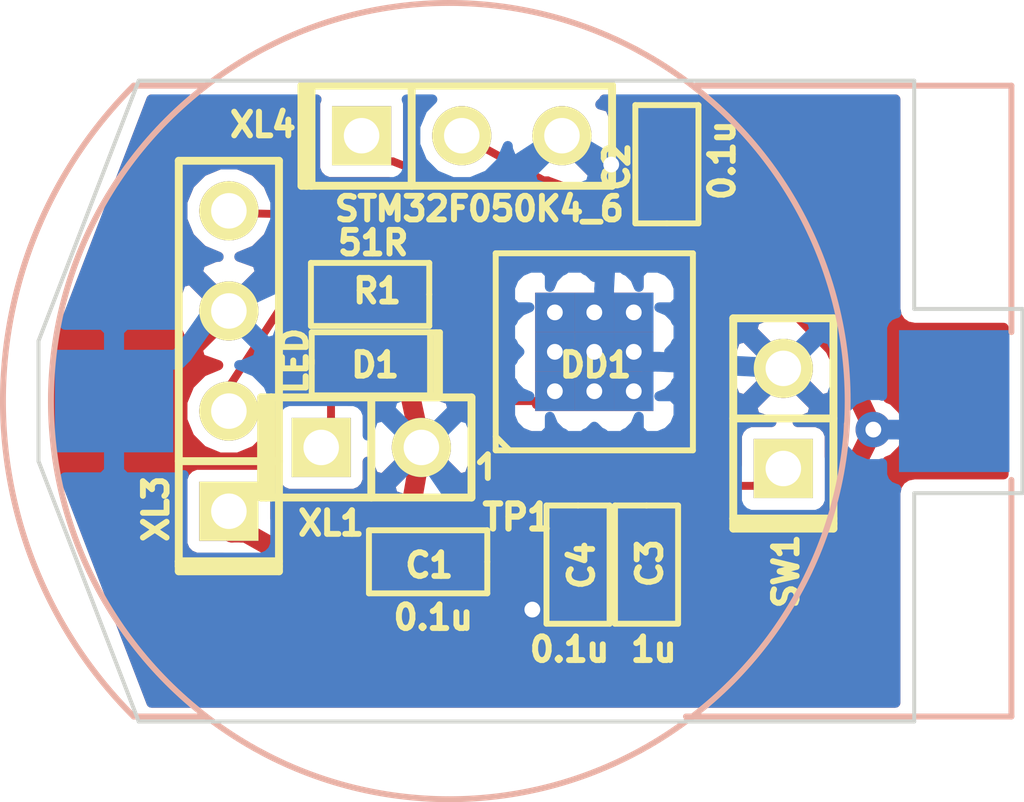
<source format=kicad_pcb>
(kicad_pcb (version 3) (host pcbnew "(2013-07-07 BZR 4022)-stable")

  (general
    (links 36)
    (no_connects 6)
    (area 102.6 50.586029 128.562805 71.333971)
    (thickness 1.6)
    (drawings 11)
    (tracks 159)
    (zones 0)
    (modules 13)
    (nets 11)
  )

  (page A3)
  (layers
    (15 F.Cu signal)
    (0 B.Cu signal)
    (16 B.Adhes user)
    (17 F.Adhes user)
    (18 B.Paste user)
    (19 F.Paste user)
    (20 B.SilkS user)
    (21 F.SilkS user)
    (22 B.Mask user)
    (23 F.Mask user)
    (24 Dwgs.User user)
    (25 Cmts.User user)
    (26 Eco1.User user)
    (27 Eco2.User user)
    (28 Edge.Cuts user)
  )

  (setup
    (last_trace_width 0.2)
    (trace_clearance 0.2)
    (zone_clearance 0.3)
    (zone_45_only no)
    (trace_min 0.2)
    (segment_width 0.2)
    (edge_width 0.1)
    (via_size 0.9)
    (via_drill 0.4)
    (via_min_size 0.9)
    (via_min_drill 0.4)
    (uvia_size 0.5)
    (uvia_drill 0.127)
    (uvias_allowed no)
    (uvia_min_size 0.5)
    (uvia_min_drill 0.127)
    (pcb_text_width 0.3)
    (pcb_text_size 1.5 1.5)
    (mod_edge_width 0.15)
    (mod_text_size 1 1)
    (mod_text_width 0.15)
    (pad_size 1.5 1.5)
    (pad_drill 0.6)
    (pad_to_mask_clearance 0.1)
    (aux_axis_origin 0 0)
    (visible_elements 7FFFFFFF)
    (pcbplotparams
      (layerselection 283148289)
      (usegerberextensions true)
      (excludeedgelayer true)
      (linewidth 0.150000)
      (plotframeref false)
      (viasonmask false)
      (mode 1)
      (useauxorigin false)
      (hpglpennumber 1)
      (hpglpenspeed 20)
      (hpglpendiameter 15)
      (hpglpenoverlay 2)
      (psnegative false)
      (psa4output false)
      (plotreference true)
      (plotvalue true)
      (plotothertext true)
      (plotinvisibletext false)
      (padsonsilk false)
      (subtractmaskfromsilk false)
      (outputformat 1)
      (mirror false)
      (drillshape 0)
      (scaleselection 1)
      (outputdirectory ""))
  )

  (net 0 "")
  (net 1 +BATT)
  (net 2 /RX)
  (net 3 /SB_SWCLK)
  (net 4 /SB_SWDAT)
  (net 5 /TX)
  (net 6 GND)
  (net 7 N-0000012)
  (net 8 N-0000013)
  (net 9 N-000003)
  (net 10 N-0000031)

  (net_class Default "This is the default net class."
    (clearance 0.2)
    (trace_width 0.2)
    (via_dia 0.9)
    (via_drill 0.4)
    (uvia_dia 0.5)
    (uvia_drill 0.127)
    (add_net "")
    (add_net /RX)
    (add_net /SB_SWCLK)
    (add_net /SB_SWDAT)
    (add_net /TX)
    (add_net N-0000012)
    (add_net N-0000013)
    (add_net N-000003)
    (add_net N-0000031)
  )

  (net_class Wide ""
    (clearance 0.2)
    (trace_width 0.5)
    (via_dia 0.9)
    (via_drill 0.4)
    (uvia_dia 0.508)
    (uvia_drill 0.127)
    (add_net +BATT)
    (add_net GND)
  )

  (module TESTPOINT_1MM (layer F.Cu) (tedit 54837CE2) (tstamp 547B8F9D)
    (at 115.068 64.989)
    (path /547B7BDD)
    (fp_text reference TP1 (at -0.0568 -1.0826) (layer F.SilkS)
      (effects (font (size 0.635 0.635) (thickness 0.16002)))
    )
    (fp_text value TESTPOINT (at 0 -0.89916) (layer F.SilkS) hide
      (effects (font (size 0.127 0.127) (thickness 0.00254)))
    )
    (pad 1 smd circle (at 0 0) (size 1.00076 1.524)
      (layers F.Cu F.Paste F.Mask)
      (net 10 N-0000031)
    )
  )

  (module RES_0603 (layer F.Cu) (tedit 54837C29) (tstamp 547B8FA8)
    (at 111.276 58.2552 180)
    (path /547B7D5D)
    (attr smd)
    (fp_text reference R1 (at -0.1792 0.0892 180) (layer F.SilkS)
      (effects (font (size 0.6 0.6) (thickness 0.15)))
    )
    (fp_text value 51R (at -0.0776 1.3084 180) (layer F.SilkS)
      (effects (font (size 0.6 0.6) (thickness 0.15)))
    )
    (fp_line (start -1.5 0) (end -1.5 -0.8) (layer F.SilkS) (width 0.15))
    (fp_line (start -1.5 -0.8) (end 1.5 -0.8) (layer F.SilkS) (width 0.15))
    (fp_line (start 1.5 -0.8) (end 1.5 0.8) (layer F.SilkS) (width 0.15))
    (fp_line (start 1.5 0.8) (end -1.5 0.8) (layer F.SilkS) (width 0.15))
    (fp_line (start -1.5 0.8) (end -1.5 0) (layer F.SilkS) (width 0.15))
    (pad 1 smd rect (at -0.762 0 180) (size 0.889 1.016)
      (layers F.Cu F.Paste F.Mask)
      (net 8 N-0000013)
    )
    (pad 2 smd rect (at 0.762 0 180) (size 0.889 1.016)
      (layers F.Cu F.Paste F.Mask)
      (net 9 N-000003)
    )
    (model 3d\r_0603.wrl
      (at (xyz 0 0 0))
      (scale (xyz 1 1 1))
      (rotate (xyz 0 0 0))
    )
  )

  (module QFN32 (layer F.Cu) (tedit 54837C98) (tstamp 547B8FDC)
    (at 116.96 59.7104)
    (path /547B7C50)
    (fp_text reference DD1 (at 0.0324 0.3352) (layer F.SilkS)
      (effects (font (size 0.6 0.6) (thickness 0.15)))
    )
    (fp_text value STM32F050K4_6 (at -2.914 -3.6272) (layer F.SilkS)
      (effects (font (size 0.6 0.6) (thickness 0.15)))
    )
    (fp_line (start -2.9 2.8) (end -2.7 2.6) (layer F.SilkS) (width 0.15))
    (fp_line (start -2.7 2.6) (end -2.7 3.2) (layer F.SilkS) (width 0.15))
    (fp_line (start -2.49936 2.14884) (end -2.14884 2.49936) (layer F.SilkS) (width 0.15))
    (fp_line (start -2.49936 2.49936) (end 2.49936 2.49936) (layer F.SilkS) (width 0.15))
    (fp_line (start 2.49936 2.49936) (end 2.49936 -2.49936) (layer F.SilkS) (width 0.15))
    (fp_line (start 2.49936 -2.49936) (end -2.49936 -2.49936) (layer F.SilkS) (width 0.15))
    (fp_line (start -2.49936 -2.49936) (end -2.49936 2.49936) (layer F.SilkS) (width 0.15))
    (pad 1 smd rect (at -1.75 2.5) (size 0.3 1)
      (layers F.Cu F.Paste F.Mask)
      (net 1 +BATT)
    )
    (pad 2 smd oval (at -1.25 2.5) (size 0.3 1)
      (layers F.Cu F.Paste F.Mask)
    )
    (pad 3 smd oval (at -0.75 2.5) (size 0.3 1)
      (layers F.Cu F.Paste F.Mask)
    )
    (pad 4 smd oval (at -0.25 2.5) (size 0.3 1)
      (layers F.Cu F.Paste F.Mask)
      (net 10 N-0000031)
    )
    (pad 5 smd oval (at 0.25 2.5) (size 0.3 1)
      (layers F.Cu F.Paste F.Mask)
      (net 1 +BATT)
    )
    (pad 6 smd oval (at 0.75 2.5) (size 0.3 1)
      (layers F.Cu F.Paste F.Mask)
      (net 7 N-0000012)
    )
    (pad 7 smd oval (at 1.25 2.5) (size 0.3 1)
      (layers F.Cu F.Paste F.Mask)
    )
    (pad 8 smd oval (at 1.75 2.5) (size 0.3 1)
      (layers F.Cu F.Paste F.Mask)
    )
    (pad 9 smd oval (at 2.5 1.75 90) (size 0.3 1)
      (layers F.Cu F.Paste F.Mask)
    )
    (pad 10 smd oval (at 2.5 1.25 90) (size 0.3 1)
      (layers F.Cu F.Paste F.Mask)
    )
    (pad 11 smd oval (at 2.5 0.75 90) (size 0.3 1)
      (layers F.Cu F.Paste F.Mask)
    )
    (pad 12 smd oval (at 2.5 0.25 90) (size 0.3 1)
      (layers F.Cu F.Paste F.Mask)
    )
    (pad 13 smd oval (at 2.5 -0.25 90) (size 0.3 1)
      (layers F.Cu F.Paste F.Mask)
    )
    (pad 14 smd oval (at 2.5 -0.75 90) (size 0.3 1)
      (layers F.Cu F.Paste F.Mask)
    )
    (pad 15 smd oval (at 2.5 -1.25 90) (size 0.3 1)
      (layers F.Cu F.Paste F.Mask)
    )
    (pad 16 smd oval (at 2.5 -1.75 90) (size 0.3 1)
      (layers F.Cu F.Paste F.Mask)
    )
    (pad 17 smd oval (at 1.75 -2.5) (size 0.3 1)
      (layers F.Cu F.Paste F.Mask)
      (net 1 +BATT)
    )
    (pad 18 smd oval (at 1.25 -2.5) (size 0.3 1)
      (layers F.Cu F.Paste F.Mask)
    )
    (pad 19 smd oval (at 0.75 -2.5) (size 0.3 1)
      (layers F.Cu F.Paste F.Mask)
      (net 5 /TX)
    )
    (pad 20 smd oval (at 0.25 -2.5) (size 0.3 1)
      (layers F.Cu F.Paste F.Mask)
      (net 2 /RX)
    )
    (pad 21 smd oval (at -0.25 -2.5) (size 0.3 1)
      (layers F.Cu F.Paste F.Mask)
    )
    (pad 22 smd oval (at -0.75 -2.5) (size 0.3 1)
      (layers F.Cu F.Paste F.Mask)
    )
    (pad 23 smd oval (at -1.25 -2.5) (size 0.3 1)
      (layers F.Cu F.Paste F.Mask)
      (net 4 /SB_SWDAT)
    )
    (pad 24 smd oval (at -1.75 -2.5) (size 0.3 1)
      (layers F.Cu F.Paste F.Mask)
      (net 3 /SB_SWCLK)
    )
    (pad 25 smd oval (at -2.5 -1.75 90) (size 0.3 1)
      (layers F.Cu F.Paste F.Mask)
      (net 8 N-0000013)
    )
    (pad 26 smd oval (at -2.5 -1.25 90) (size 0.3 1)
      (layers F.Cu F.Paste F.Mask)
    )
    (pad 27 smd oval (at -2.5 -0.75 90) (size 0.3 1)
      (layers F.Cu F.Paste F.Mask)
    )
    (pad 28 smd oval (at -2.5 -0.25 90) (size 0.3 1)
      (layers F.Cu F.Paste F.Mask)
    )
    (pad 29 smd oval (at -2.5 0.25 90) (size 0.3 1)
      (layers F.Cu F.Paste F.Mask)
    )
    (pad 30 smd oval (at -2.5 0.75 270) (size 0.3 1)
      (layers F.Cu F.Paste F.Mask)
    )
    (pad 31 smd oval (at -2.5 1.25 90) (size 0.3 1)
      (layers F.Cu F.Paste F.Mask)
      (net 6 GND)
    )
    (pad 32 smd oval (at -2.5 1.75 90) (size 0.3 1)
      (layers F.Cu F.Paste F.Mask)
    )
    (pad PAD thru_hole rect (at 0 0) (size 1 1) (drill 0.4)
      (layers *.Cu F.Mask)
      (net 6 GND)
    )
    (pad PAD thru_hole rect (at 1 0) (size 1 1) (drill 0.4)
      (layers *.Cu F.Mask)
      (net 6 GND)
    )
    (pad PAD thru_hole rect (at -1 0) (size 1 1) (drill 0.4)
      (layers *.Cu F.Mask)
      (net 6 GND)
    )
    (pad PAD thru_hole rect (at -1 -1) (size 1 1) (drill 0.4)
      (layers *.Cu F.Mask)
      (net 6 GND)
    )
    (pad PAD thru_hole rect (at 0 -1) (size 1 1) (drill 0.4)
      (layers *.Cu F.Mask)
      (net 6 GND)
    )
    (pad PAD thru_hole rect (at 1 -1) (size 1 1) (drill 0.4)
      (layers *.Cu F.Mask)
      (net 6 GND)
    )
    (pad PAD thru_hole rect (at -1 1) (size 1 1) (drill 0.4)
      (layers *.Cu F.Mask)
      (net 6 GND)
    )
    (pad PAD thru_hole rect (at 0 1) (size 1 1) (drill 0.4)
      (layers *.Cu F.Mask)
      (net 6 GND)
    )
    (pad PAD thru_hole rect (at 1 1) (size 1 1) (drill 0.4)
      (layers *.Cu F.Mask)
      (net 6 GND)
    )
  )

  (module LED0603 (layer F.Cu) (tedit 54837CC8) (tstamp 547B8FED)
    (at 111.2964 60.0155)
    (path /547B7D9F)
    (attr smd)
    (fp_text reference D1 (at 0.108 0.0301) (layer F.SilkS)
      (effects (font (size 0.6 0.6) (thickness 0.15)))
    )
    (fp_text value LED (at -1.924 -0.0715 90) (layer F.SilkS)
      (effects (font (size 0.6 0.6) (thickness 0.15)))
    )
    (fp_line (start 1.5 -0.8) (end 1.65 -0.8) (layer F.SilkS) (width 0.15))
    (fp_line (start 1.65 -0.8) (end 1.65 0.8) (layer F.SilkS) (width 0.15))
    (fp_line (start 1.65 0.8) (end 1.5 0.8) (layer F.SilkS) (width 0.15))
    (fp_line (start 1.5 0.8) (end 1.75 0.8) (layer F.SilkS) (width 0.15))
    (fp_line (start 1.75 0.8) (end 1.75 -0.8) (layer F.SilkS) (width 0.15))
    (fp_line (start 1.75 -0.8) (end 1.65 -0.8) (layer F.SilkS) (width 0.15))
    (fp_line (start -1.5 0) (end -1.5 -0.8) (layer F.SilkS) (width 0.15))
    (fp_line (start -1.5 -0.8) (end 1.5 -0.8) (layer F.SilkS) (width 0.15))
    (fp_line (start 1.5 -0.8) (end 1.5 0.8) (layer F.SilkS) (width 0.15))
    (fp_line (start 1.5 0.8) (end -1.5 0.8) (layer F.SilkS) (width 0.15))
    (fp_line (start -1.5 0.8) (end -1.5 -0.1) (layer F.SilkS) (width 0.15))
    (pad A smd rect (at -0.762 0) (size 0.889 1.016)
      (layers F.Cu F.Paste F.Mask)
      (net 9 N-000003)
    )
    (pad C smd rect (at 0.762 0) (size 0.889 1.016)
      (layers F.Cu F.Paste F.Mask)
      (net 6 GND)
    )
    (model smd/chip_cms.wrl
      (at (xyz 0 0 0))
      (scale (xyz 0.1 0.1 0.1))
      (rotate (xyz 0 0 0))
    )
  )

  (module CONN_PLS-4 (layer F.Cu) (tedit 534570C7) (tstamp 547B8FFF)
    (at 107.696 59.944 90)
    (descr "Single-line connector 4-pin")
    (path /547B8286)
    (fp_text reference XL3 (at -3.74904 -1.84912 90) (layer F.SilkS)
      (effects (font (size 0.6 0.6) (thickness 0.15)))
    )
    (fp_text value ST_SWD (at 3.59918 -1.84912 90) (layer F.SilkS) hide
      (effects (font (size 0.635 0.635) (thickness 0.16002)))
    )
    (fp_line (start -5.08 1.27) (end -5.334 1.27) (layer F.SilkS) (width 0.2))
    (fp_line (start -5.334 1.27) (end -5.334 -1.27) (layer F.SilkS) (width 0.2))
    (fp_line (start -5.334 -1.27) (end -5.08 -1.27) (layer F.SilkS) (width 0.2))
    (fp_line (start -5.08 -1.27) (end -5.207 -1.27) (layer F.SilkS) (width 0.2))
    (fp_line (start -5.207 -1.27) (end -5.207 1.27) (layer F.SilkS) (width 0.2))
    (fp_line (start -2.54 -1.27) (end -2.54 1.27) (layer F.SilkS) (width 0.2))
    (fp_line (start -5.08 -1.27) (end 5.08 -1.27) (layer F.SilkS) (width 0.2))
    (fp_line (start 5.08 -1.27) (end 5.08 1.27) (layer F.SilkS) (width 0.2))
    (fp_line (start 5.08 1.27) (end -5.08 1.27) (layer F.SilkS) (width 0.2))
    (fp_line (start -5.08 1.27) (end -5.08 -1.27) (layer F.SilkS) (width 0.2))
    (pad 1 thru_hole rect (at -3.81 0 90) (size 1.5 1.5) (drill 0.9)
      (layers *.Cu *.Mask F.SilkS)
      (net 1 +BATT)
    )
    (pad 2 thru_hole circle (at -1.27 0 90) (size 1.5 1.5) (drill 0.9)
      (layers *.Cu *.Mask F.SilkS)
      (net 3 /SB_SWCLK)
    )
    (pad 3 thru_hole circle (at 1.27 0 90) (size 1.5 1.5) (drill 0.9)
      (layers *.Cu *.Mask F.SilkS)
      (net 6 GND)
    )
    (pad 4 thru_hole circle (at 3.81 0 90) (size 1.5 1.5) (drill 0.9)
      (layers *.Cu *.Mask F.SilkS)
      (net 4 /SB_SWDAT)
    )
  )

  (module CONN_PLS-3 (layer F.Cu) (tedit 54837D5E) (tstamp 547B9010)
    (at 113.6 54.2284)
    (descr "Single-line connector 3-pin")
    (path /547B7BE4)
    (fp_text reference XL4 (at -5.0404 -0.2788) (layer F.SilkS)
      (effects (font (size 0.6 0.6) (thickness 0.15)))
    )
    (fp_text value CONN_3 (at 2.54 -1.778) (layer F.SilkS) hide
      (effects (font (size 0.635 0.635) (thickness 0.16002)))
    )
    (fp_line (start -3.937 1.27) (end -3.81 1.27) (layer F.SilkS) (width 0.2))
    (fp_line (start -3.81 -1.27) (end -4.064 -1.27) (layer F.SilkS) (width 0.2))
    (fp_line (start -4.064 -1.27) (end -4.064 1.27) (layer F.SilkS) (width 0.2))
    (fp_line (start -4.064 1.27) (end -3.937 1.27) (layer F.SilkS) (width 0.2))
    (fp_line (start -3.937 1.27) (end -3.937 -1.143) (layer F.SilkS) (width 0.2))
    (fp_line (start 3.81 1.27) (end -3.81 1.27) (layer F.SilkS) (width 0.2))
    (fp_line (start -3.81 -1.27) (end 3.81 -1.27) (layer F.SilkS) (width 0.2))
    (fp_line (start -1.27 -1.27) (end -1.27 1.27) (layer F.SilkS) (width 0.2))
    (fp_line (start 3.81 -1.27) (end 3.81 1.27) (layer F.SilkS) (width 0.2))
    (fp_line (start -3.81 1.27) (end -3.81 -1.27) (layer F.SilkS) (width 0.2))
    (pad 1 thru_hole rect (at -2.54 0) (size 1.5 1.5) (drill 0.9)
      (layers *.Cu *.Mask F.SilkS)
      (net 2 /RX)
    )
    (pad 2 thru_hole circle (at 0 0) (size 1.5 1.5) (drill 0.9)
      (layers *.Cu *.Mask F.SilkS)
      (net 5 /TX)
    )
    (pad 3 thru_hole circle (at 2.54 0) (size 1.5 1.5) (drill 0.9)
      (layers *.Cu *.Mask F.SilkS)
      (net 6 GND)
    )
  )

  (module CONN_PLS-2 (layer F.Cu) (tedit 54837D10) (tstamp 54837D89)
    (at 121.752 61.4001 90)
    (descr "Single-line connector 2-pin")
    (path /547B8B6C)
    (fp_text reference SW1 (at -3.8779 0.0664 90) (layer F.SilkS)
      (effects (font (size 0.6 0.6) (thickness 0.15)))
    )
    (fp_text value BUTTON (at -4.7923 1.1332 90) (layer F.SilkS) hide
      (effects (font (size 0.635 0.635) (thickness 0.16002)))
    )
    (fp_line (start 2.54 1.27) (end -2.54 1.27) (layer F.SilkS) (width 0.2))
    (fp_line (start 2.54 -1.27) (end -2.54 -1.27) (layer F.SilkS) (width 0.2))
    (fp_line (start -2.667 1.27) (end -2.54 1.27) (layer F.SilkS) (width 0.2))
    (fp_line (start -2.54 -1.27) (end -2.794 -1.27) (layer F.SilkS) (width 0.2))
    (fp_line (start -2.794 -1.27) (end -2.794 1.27) (layer F.SilkS) (width 0.2))
    (fp_line (start -2.794 1.27) (end -2.667 1.27) (layer F.SilkS) (width 0.2))
    (fp_line (start -2.667 1.27) (end -2.667 -1.143) (layer F.SilkS) (width 0.2))
    (fp_line (start 0 -1.27) (end 0 1.27) (layer F.SilkS) (width 0.2))
    (fp_line (start 2.54 -1.27) (end 2.54 1.27) (layer F.SilkS) (width 0.2))
    (fp_line (start -2.54 1.27) (end -2.54 -1.27) (layer F.SilkS) (width 0.2))
    (pad 1 thru_hole rect (at -1.27 0 90) (size 1.5 1.5) (drill 0.9)
      (layers *.Cu *.Mask F.SilkS)
      (net 7 N-0000012)
    )
    (pad 2 thru_hole circle (at 1.27 0 90) (size 1.5 1.5) (drill 0.9)
      (layers *.Cu *.Mask F.SilkS)
      (net 6 GND)
    )
  )

  (module CAP_0603 (layer F.Cu) (tedit 54837CEF) (tstamp 547B902B)
    (at 116.548 65.1084 270)
    (path /547B7C62)
    (attr smd)
    (fp_text reference C4 (at 0.0172 -0.0888 270) (layer F.SilkS)
      (effects (font (size 0.6 0.6) (thickness 0.15)))
    )
    (fp_text value 0.1u (at 2.1508 0.216 360) (layer F.SilkS)
      (effects (font (size 0.6 0.6) (thickness 0.15)))
    )
    (fp_line (start -1.5 0) (end -1.5 -0.8) (layer F.SilkS) (width 0.15))
    (fp_line (start -1.5 -0.8) (end 1.5 -0.8) (layer F.SilkS) (width 0.15))
    (fp_line (start 1.5 -0.8) (end 1.5 0.8) (layer F.SilkS) (width 0.15))
    (fp_line (start 1.5 0.8) (end -1.5 0.8) (layer F.SilkS) (width 0.15))
    (fp_line (start -1.5 0.8) (end -1.5 0) (layer F.SilkS) (width 0.15))
    (pad 1 smd rect (at -0.762 0 270) (size 0.889 1.016)
      (layers F.Cu F.Paste F.Mask)
      (net 1 +BATT)
    )
    (pad 2 smd rect (at 0.762 0 270) (size 0.889 1.016)
      (layers F.Cu F.Paste F.Mask)
      (net 6 GND)
    )
    (model 3d\c_0603.wrl
      (at (xyz 0 0 0))
      (scale (xyz 1 1 1))
      (rotate (xyz 0 0 0))
    )
  )

  (module CAP_0603 (layer F.Cu) (tedit 518CEBE1) (tstamp 547B9036)
    (at 118.8 54.9524 90)
    (path /547B7C68)
    (attr smd)
    (fp_text reference C2 (at -0.0635 -1.27 90) (layer F.SilkS)
      (effects (font (size 0.6 0.6) (thickness 0.15)))
    )
    (fp_text value 0.1u (at 0.09906 1.39954 90) (layer F.SilkS)
      (effects (font (size 0.6 0.6) (thickness 0.15)))
    )
    (fp_line (start -1.5 0) (end -1.5 -0.8) (layer F.SilkS) (width 0.15))
    (fp_line (start -1.5 -0.8) (end 1.5 -0.8) (layer F.SilkS) (width 0.15))
    (fp_line (start 1.5 -0.8) (end 1.5 0.8) (layer F.SilkS) (width 0.15))
    (fp_line (start 1.5 0.8) (end -1.5 0.8) (layer F.SilkS) (width 0.15))
    (fp_line (start -1.5 0.8) (end -1.5 0) (layer F.SilkS) (width 0.15))
    (pad 1 smd rect (at -0.762 0 90) (size 0.889 1.016)
      (layers F.Cu F.Paste F.Mask)
      (net 1 +BATT)
    )
    (pad 2 smd rect (at 0.762 0 90) (size 0.889 1.016)
      (layers F.Cu F.Paste F.Mask)
      (net 6 GND)
    )
    (model 3d\c_0603.wrl
      (at (xyz 0 0 0))
      (scale (xyz 1 1 1))
      (rotate (xyz 0 0 0))
    )
  )

  (module CAP_0603 (layer F.Cu) (tedit 54837C45) (tstamp 547B9041)
    (at 112.7469 65.037 180)
    (path /547B7C6E)
    (attr smd)
    (fp_text reference C1 (at -0.0291 -0.0886 180) (layer F.SilkS)
      (effects (font (size 0.6 0.6) (thickness 0.15)))
    )
    (fp_text value 0.1u (at -0.1307 -1.4094 180) (layer F.SilkS)
      (effects (font (size 0.6 0.6) (thickness 0.15)))
    )
    (fp_line (start -1.5 0) (end -1.5 -0.8) (layer F.SilkS) (width 0.15))
    (fp_line (start -1.5 -0.8) (end 1.5 -0.8) (layer F.SilkS) (width 0.15))
    (fp_line (start 1.5 -0.8) (end 1.5 0.8) (layer F.SilkS) (width 0.15))
    (fp_line (start 1.5 0.8) (end -1.5 0.8) (layer F.SilkS) (width 0.15))
    (fp_line (start -1.5 0.8) (end -1.5 0) (layer F.SilkS) (width 0.15))
    (pad 1 smd rect (at -0.762 0 180) (size 0.889 1.016)
      (layers F.Cu F.Paste F.Mask)
      (net 1 +BATT)
    )
    (pad 2 smd rect (at 0.762 0 180) (size 0.889 1.016)
      (layers F.Cu F.Paste F.Mask)
      (net 6 GND)
    )
    (model 3d\c_0603.wrl
      (at (xyz 0 0 0))
      (scale (xyz 1 1 1))
      (rotate (xyz 0 0 0))
    )
  )

  (module CAP_0603 (layer F.Cu) (tedit 54837CF5) (tstamp 547B904C)
    (at 118.284 65.1082 270)
    (path /547B7C9E)
    (attr smd)
    (fp_text reference C3 (at -0.0334 -0.08 270) (layer F.SilkS)
      (effects (font (size 0.6 0.6) (thickness 0.15)))
    )
    (fp_text value 1u (at 2.151 -0.1816 360) (layer F.SilkS)
      (effects (font (size 0.6 0.6) (thickness 0.15)))
    )
    (fp_line (start -1.5 0) (end -1.5 -0.8) (layer F.SilkS) (width 0.15))
    (fp_line (start -1.5 -0.8) (end 1.5 -0.8) (layer F.SilkS) (width 0.15))
    (fp_line (start 1.5 -0.8) (end 1.5 0.8) (layer F.SilkS) (width 0.15))
    (fp_line (start 1.5 0.8) (end -1.5 0.8) (layer F.SilkS) (width 0.15))
    (fp_line (start -1.5 0.8) (end -1.5 0) (layer F.SilkS) (width 0.15))
    (pad 1 smd rect (at -0.762 0 270) (size 0.889 1.016)
      (layers F.Cu F.Paste F.Mask)
      (net 1 +BATT)
    )
    (pad 2 smd rect (at 0.762 0 270) (size 0.889 1.016)
      (layers F.Cu F.Paste F.Mask)
      (net 6 GND)
    )
    (model 3d\c_0603.wrl
      (at (xyz 0 0 0))
      (scale (xyz 1 1 1))
      (rotate (xyz 0 0 0))
    )
  )

  (module BAT_CH7410   locked (layer B.Cu) (tedit 4EBE1055) (tstamp 547B9058)
    (at 113.284 60.96)
    (path /547B8A13)
    (fp_text reference B1 (at 0 5.00126) (layer B.SilkS) hide
      (effects (font (size 1.524 1.524) (thickness 0.3048)) (justify mirror))
    )
    (fp_text value BAT (at 0.24892 -2.75082) (layer B.SilkS) hide
      (effects (font (size 1.524 1.524) (thickness 0.3048)) (justify mirror))
    )
    (fp_line (start -8.001 -8.001) (end -6.20014 -8.001) (layer B.SilkS) (width 0.14986))
    (fp_line (start -8.001 8.001) (end -6.20014 8.001) (layer B.SilkS) (width 0.14986))
    (fp_arc (start 0 0) (end -8.001 -8.001) (angle -90) (layer B.SilkS) (width 0.14986))
    (fp_line (start 14.2494 -1.75006) (end 14.2494 -8.001) (layer B.SilkS) (width 0.14986))
    (fp_line (start 14.2494 -8.001) (end 6.25094 -8.001) (layer B.SilkS) (width 0.14986))
    (fp_line (start 14.2494 1.99898) (end 14.2494 8.001) (layer B.SilkS) (width 0.14986))
    (fp_line (start 14.2494 8.001) (end 5.99948 8.001) (layer B.SilkS) (width 0.14986))
    (fp_circle (center 0 0) (end -10.09904 0) (layer B.SilkS) (width 0.14986))
    (pad C smd rect (at -8.49884 0) (size 2.99974 2.60096)
      (layers B.Cu B.Paste B.Mask)
      (net 6 GND)
    )
    (pad A smd rect (at 12.79906 0) (size 2.79908 3.59918)
      (layers B.Cu B.Paste B.Mask)
      (net 1 +BATT)
    )
  )

  (module CONN_PLS-2 (layer F.Cu) (tedit 54837CD7) (tstamp 548372A6)
    (at 111.3064 62.1364)
    (descr "Single-line connector 2-pin")
    (path /548370CD)
    (fp_text reference XL1 (at -1.0196 1.9224) (layer F.SilkS)
      (effects (font (size 0.6 0.6) (thickness 0.15)))
    )
    (fp_text value CONN_2 (at 0.0472 0.3476) (layer F.SilkS) hide
      (effects (font (size 0.635 0.635) (thickness 0.16002)))
    )
    (fp_line (start 2.54 1.27) (end -2.54 1.27) (layer F.SilkS) (width 0.2))
    (fp_line (start 2.54 -1.27) (end -2.54 -1.27) (layer F.SilkS) (width 0.2))
    (fp_line (start -2.667 1.27) (end -2.54 1.27) (layer F.SilkS) (width 0.2))
    (fp_line (start -2.54 -1.27) (end -2.794 -1.27) (layer F.SilkS) (width 0.2))
    (fp_line (start -2.794 -1.27) (end -2.794 1.27) (layer F.SilkS) (width 0.2))
    (fp_line (start -2.794 1.27) (end -2.667 1.27) (layer F.SilkS) (width 0.2))
    (fp_line (start -2.667 1.27) (end -2.667 -1.143) (layer F.SilkS) (width 0.2))
    (fp_line (start 0 -1.27) (end 0 1.27) (layer F.SilkS) (width 0.2))
    (fp_line (start 2.54 -1.27) (end 2.54 1.27) (layer F.SilkS) (width 0.2))
    (fp_line (start -2.54 1.27) (end -2.54 -1.27) (layer F.SilkS) (width 0.2))
    (pad 1 thru_hole rect (at -1.27 0) (size 1.5 1.5) (drill 0.9)
      (layers *.Cu *.Mask F.SilkS)
      (net 9 N-000003)
    )
    (pad 2 thru_hole circle (at 1.27 0) (size 1.5 1.5) (drill 0.9)
      (layers *.Cu *.Mask F.SilkS)
      (net 6 GND)
    )
  )

  (gr_line (start 125.0696 63.2968) (end 125.0696 69.088) (angle 90) (layer Edge.Cuts) (width 0.1))
  (gr_line (start 127.8128 63.2968) (end 125.0696 63.2968) (angle 90) (layer Edge.Cuts) (width 0.1))
  (gr_line (start 127.8128 63.246) (end 127.8128 63.2968) (angle 90) (layer Edge.Cuts) (width 0.1))
  (gr_line (start 125.0696 69.088) (end 105.41 69.088) (angle 90) (layer Edge.Cuts) (width 0.1))
  (gr_line (start 127.8128 58.6232) (end 127.8128 63.246) (angle 90) (layer Edge.Cuts) (width 0.1))
  (gr_line (start 125.0696 58.6232) (end 127.8128 58.6232) (angle 90) (layer Edge.Cuts) (width 0.1))
  (gr_line (start 125.0696 52.832) (end 125.0696 58.6232) (angle 90) (layer Edge.Cuts) (width 0.1))
  (gr_line (start 105.41 52.832) (end 125.0696 52.832) (angle 90) (layer Edge.Cuts) (width 0.1))
  (gr_line (start 102.87 62.484) (end 105.41 69.088) (angle 90) (layer Edge.Cuts) (width 0.1))
  (gr_line (start 102.87 59.436) (end 102.87 62.484) (angle 90) (layer Edge.Cuts) (width 0.1))
  (gr_line (start 102.87 59.436) (end 105.41 52.832) (angle 90) (layer Edge.Cuts) (width 0.1))

  (via (at 124.0335 61.6828) (size 0.9) (layers F.Cu B.Cu) (net 1))
  (segment (start 124.6836 61.6828) (end 124.0335 61.6828) (width 0.5) (layer B.Cu) (net 1))
  (segment (start 124.9336 61.6828) (end 124.6836 61.6828) (width 0.5) (layer B.Cu) (net 1))
  (segment (start 126.0831 60.96) (end 124.9336 61.6828) (width 0.5) (layer B.Cu) (net 1))
  (segment (start 113.7034 64.4254) (end 114.8255 63.1163) (width 0.5) (layer F.Cu) (net 1))
  (segment (start 113.7034 64.529) (end 113.7034 64.4254) (width 0.5) (layer F.Cu) (net 1))
  (segment (start 113.7034 64.779) (end 113.7034 64.529) (width 0.5) (layer F.Cu) (net 1))
  (segment (start 113.5089 65.037) (end 113.7034 64.779) (width 0.5) (layer F.Cu) (net 1))
  (segment (start 112.6573 66.0951) (end 113.225 65.9951) (width 0.5) (layer F.Cu) (net 1))
  (segment (start 112.2015 66.0951) (end 112.6573 66.0951) (width 0.5) (layer F.Cu) (net 1))
  (segment (start 111.3125 66.0951) (end 112.2015 66.0951) (width 0.5) (layer F.Cu) (net 1))
  (segment (start 108.1239 64.2965) (end 111.3125 66.0951) (width 0.5) (layer F.Cu) (net 1))
  (segment (start 108.0203 64.2965) (end 108.1239 64.2965) (width 0.5) (layer F.Cu) (net 1))
  (segment (start 107.7703 64.2965) (end 108.0203 64.2965) (width 0.5) (layer F.Cu) (net 1))
  (segment (start 107.2703 63.7965) (end 107.7703 64.2965) (width 0.5) (layer F.Cu) (net 1))
  (segment (start 113.3144 65.295) (end 113.5089 65.037) (width 0.5) (layer F.Cu) (net 1))
  (segment (start 113.3144 65.545) (end 113.3144 65.295) (width 0.5) (layer F.Cu) (net 1))
  (segment (start 113.3144 65.6486) (end 113.3144 65.545) (width 0.5) (layer F.Cu) (net 1))
  (segment (start 113.225 65.9951) (end 113.3144 65.6486) (width 0.5) (layer F.Cu) (net 1))
  (segment (start 115.16 62.7518) (end 114.8255 63.1163) (width 0.2) (layer F.Cu) (net 1))
  (segment (start 115.16 62.7104) (end 115.16 62.7518) (width 0.2) (layer F.Cu) (net 1))
  (segment (start 115.16 62.6104) (end 115.16 62.7104) (width 0.2) (layer F.Cu) (net 1))
  (segment (start 115.21 62.2104) (end 115.16 62.6104) (width 0.2) (layer F.Cu) (net 1))
  (segment (start 119.058 55.9089) (end 118.8 55.7144) (width 0.5) (layer F.Cu) (net 1))
  (segment (start 119.308 55.9089) (end 119.058 55.9089) (width 0.5) (layer F.Cu) (net 1))
  (segment (start 119.4116 55.9089) (end 119.308 55.9089) (width 0.5) (layer F.Cu) (net 1))
  (segment (start 119.558 56.0553) (end 119.4116 55.9089) (width 0.5) (layer F.Cu) (net 1))
  (segment (start 123.046 59.5855) (end 119.558 56.0553) (width 0.5) (layer F.Cu) (net 1))
  (segment (start 124.0335 61.6828) (end 123.046 59.5855) (width 0.5) (layer F.Cu) (net 1))
  (segment (start 122.7299 63.9702) (end 119.5357 65.1441) (width 0.5) (layer F.Cu) (net 1))
  (segment (start 123.0521 63.648) (end 122.7299 63.9702) (width 0.5) (layer F.Cu) (net 1))
  (segment (start 124.0335 61.6828) (end 123.0521 63.648) (width 0.5) (layer F.Cu) (net 1))
  (segment (start 118.71 56.8604) (end 118.71 57.2104) (width 0.2) (layer F.Cu) (net 1))
  (segment (start 118.71 56.1589) (end 118.71 56.8604) (width 0.2) (layer F.Cu) (net 1))
  (segment (start 118.71 56.0589) (end 118.71 56.1589) (width 0.2) (layer F.Cu) (net 1))
  (segment (start 118.8 55.7144) (end 118.71 56.0589) (width 0.2) (layer F.Cu) (net 1))
  (segment (start 114.9744 67.249) (end 113.225 65.9951) (width 0.5) (layer F.Cu) (net 1))
  (segment (start 115.803 67.249) (end 114.9744 67.249) (width 0.5) (layer F.Cu) (net 1))
  (segment (start 119.0199 66.8648) (end 115.803 67.249) (width 0.5) (layer F.Cu) (net 1))
  (segment (start 119.3421 66.5426) (end 119.0199 66.8648) (width 0.5) (layer F.Cu) (net 1))
  (segment (start 119.5357 65.1441) (end 119.3421 66.5426) (width 0.5) (layer F.Cu) (net 1))
  (segment (start 118.542 64.5407) (end 118.284 64.3462) (width 0.5) (layer F.Cu) (net 1))
  (segment (start 118.792 64.5407) (end 118.542 64.5407) (width 0.5) (layer F.Cu) (net 1))
  (segment (start 118.8956 64.5407) (end 118.792 64.5407) (width 0.5) (layer F.Cu) (net 1))
  (segment (start 119.5357 65.1441) (end 118.8956 64.5407) (width 0.5) (layer F.Cu) (net 1))
  (segment (start 116.806 64.3463) (end 116.548 64.3464) (width 0.5) (layer F.Cu) (net 1))
  (segment (start 117.056 64.3463) (end 116.806 64.3463) (width 0.5) (layer F.Cu) (net 1))
  (segment (start 117.776 64.3463) (end 117.056 64.3463) (width 0.5) (layer F.Cu) (net 1))
  (segment (start 118.026 64.3463) (end 117.776 64.3463) (width 0.5) (layer F.Cu) (net 1))
  (segment (start 118.284 64.3462) (end 118.026 64.3463) (width 0.5) (layer F.Cu) (net 1))
  (segment (start 116.806 63.7983) (end 117.021 63.4512) (width 0.5) (layer F.Cu) (net 1))
  (segment (start 116.806 63.9019) (end 116.806 63.7983) (width 0.5) (layer F.Cu) (net 1))
  (segment (start 116.806 64.1519) (end 116.806 63.9019) (width 0.5) (layer F.Cu) (net 1))
  (segment (start 116.548 64.3464) (end 116.806 64.1519) (width 0.5) (layer F.Cu) (net 1))
  (segment (start 117.21 62.9746) (end 117.021 63.4512) (width 0.2) (layer F.Cu) (net 1))
  (segment (start 117.21 62.5604) (end 117.21 62.9746) (width 0.2) (layer F.Cu) (net 1))
  (segment (start 117.21 62.2104) (end 117.21 62.5604) (width 0.2) (layer F.Cu) (net 1))
  (segment (start 115.0689 62.8511) (end 114.9683 63.1625) (width 0.2) (layer F.Cu) (net 1))
  (segment (start 115.0689 62.8511) (end 114.7673 62.9781) (width 0.2) (layer F.Cu) (net 1))
  (segment (start 117.1537 63.1166) (end 117.1707 63.4434) (width 0.2) (layer F.Cu) (net 1))
  (segment (start 117.1537 63.1166) (end 116.9173 63.3428) (width 0.2) (layer F.Cu) (net 1))
  (segment (start 111.71 54.8784) (end 111.06 54.2284) (width 0.2) (layer F.Cu) (net 2))
  (segment (start 111.81 54.8784) (end 111.71 54.8784) (width 0.2) (layer F.Cu) (net 2))
  (segment (start 111.8514 54.8784) (end 111.81 54.8784) (width 0.2) (layer F.Cu) (net 2))
  (segment (start 113.1236 55.3785) (end 111.8514 54.8784) (width 0.2) (layer F.Cu) (net 2))
  (segment (start 115.5473 55.8444) (end 113.1236 55.3785) (width 0.2) (layer F.Cu) (net 2))
  (segment (start 115.6308 55.8444) (end 115.5473 55.8444) (width 0.2) (layer F.Cu) (net 2))
  (segment (start 116.9171 56.3604) (end 115.6308 55.8444) (width 0.2) (layer F.Cu) (net 2))
  (segment (start 117.21 56.6533) (end 116.9171 56.3604) (width 0.2) (layer F.Cu) (net 2))
  (segment (start 117.21 56.8604) (end 117.21 56.6533) (width 0.2) (layer F.Cu) (net 2))
  (segment (start 117.21 57.2104) (end 117.21 56.8604) (width 0.2) (layer F.Cu) (net 2))
  (segment (start 115.21 57.3471) (end 115.21 57.2104) (width 0.2) (layer F.Cu) (net 3))
  (segment (start 109.9038 57.3471) (end 115.21 57.3471) (width 0.2) (layer F.Cu) (net 3))
  (segment (start 109.6694 57.5815) (end 109.9038 57.3471) (width 0.2) (layer F.Cu) (net 3))
  (segment (start 107.2703 61.2565) (end 109.6694 57.5815) (width 0.2) (layer F.Cu) (net 3))
  (segment (start 115.71 56.8604) (end 115.71 57.2104) (width 0.2) (layer F.Cu) (net 4))
  (segment (start 115.71 56.6533) (end 115.71 56.8604) (width 0.2) (layer F.Cu) (net 4))
  (segment (start 115.4171 56.3604) (end 115.71 56.6533) (width 0.2) (layer F.Cu) (net 4))
  (segment (start 107.2703 56.1765) (end 115.4171 56.3604) (width 0.2) (layer F.Cu) (net 4))
  (segment (start 115.6707 55.3614) (end 113.6 54.2284) (width 0.2) (layer F.Cu) (net 5))
  (segment (start 115.7794 55.3614) (end 115.6707 55.3614) (width 0.2) (layer F.Cu) (net 5))
  (segment (start 117.1242 55.8604) (end 115.7794 55.3614) (width 0.2) (layer F.Cu) (net 5))
  (segment (start 117.71 56.4462) (end 117.1242 55.8604) (width 0.2) (layer F.Cu) (net 5))
  (segment (start 117.71 56.8604) (end 117.71 56.4462) (width 0.2) (layer F.Cu) (net 5))
  (segment (start 117.71 57.2104) (end 117.71 56.8604) (width 0.2) (layer F.Cu) (net 5))
  (via (at 117.3885 54.9601) (size 0.9) (layers F.Cu B.Cu) (net 6))
  (via (at 115.3887 66.2489) (size 0.9) (layers F.Cu B.Cu) (net 6))
  (segment (start 112.5764 62.1364) (end 115.3887 66.2489) (width 0.5) (layer B.Cu) (net 6))
  (segment (start 114.1446 55.5224) (end 116.14 54.2284) (width 0.5) (layer B.Cu) (net 6))
  (segment (start 107.2703 58.7165) (end 114.1446 55.5224) (width 0.5) (layer B.Cu) (net 6))
  (segment (start 106.5351 59.7631) (end 107.2703 58.7165) (width 0.5) (layer B.Cu) (net 6))
  (segment (start 106.3887 59.9095) (end 106.5351 59.7631) (width 0.5) (layer B.Cu) (net 6))
  (segment (start 106.2851 59.9095) (end 106.3887 59.9095) (width 0.5) (layer B.Cu) (net 6))
  (segment (start 106.0351 59.9095) (end 106.2851 59.9095) (width 0.5) (layer B.Cu) (net 6))
  (segment (start 104.7852 60.96) (end 106.0351 59.9095) (width 0.5) (layer B.Cu) (net 6))
  (segment (start 116.14 54.2284) (end 117.3885 54.9601) (width 0.5) (layer B.Cu) (net 6))
  (segment (start 117.21 58.4604) (end 116.96 58.7104) (width 0.5) (layer B.Cu) (net 6))
  (segment (start 117.21 58.2104) (end 117.21 58.4604) (width 0.5) (layer B.Cu) (net 6))
  (segment (start 117.21 58.1068) (end 117.21 58.2104) (width 0.5) (layer B.Cu) (net 6))
  (segment (start 117.3885 54.9601) (end 117.21 58.1068) (width 0.5) (layer B.Cu) (net 6))
  (segment (start 118.5636 59.9604) (end 121.752 60.1301) (width 0.5) (layer B.Cu) (net 6))
  (segment (start 118.46 59.9604) (end 118.5636 59.9604) (width 0.5) (layer B.Cu) (net 6))
  (segment (start 118.21 59.9604) (end 118.46 59.9604) (width 0.5) (layer B.Cu) (net 6))
  (segment (start 117.96 59.7104) (end 118.21 59.9604) (width 0.5) (layer B.Cu) (net 6))
  (segment (start 112.2529 60.2735) (end 112.0584 60.0155) (width 0.5) (layer F.Cu) (net 6))
  (segment (start 112.2529 60.5235) (end 112.2529 60.2735) (width 0.5) (layer F.Cu) (net 6))
  (segment (start 112.2529 60.6271) (end 112.2529 60.5235) (width 0.5) (layer F.Cu) (net 6))
  (segment (start 112.5764 62.1364) (end 112.2529 60.6271) (width 0.5) (layer F.Cu) (net 6))
  (segment (start 112.1794 64.4254) (end 112.5764 62.1364) (width 0.5) (layer F.Cu) (net 6))
  (segment (start 112.1794 64.529) (end 112.1794 64.4254) (width 0.5) (layer F.Cu) (net 6))
  (segment (start 112.1794 64.779) (end 112.1794 64.529) (width 0.5) (layer F.Cu) (net 6))
  (segment (start 111.9849 65.037) (end 112.1794 64.779) (width 0.5) (layer F.Cu) (net 6))
  (segment (start 118.542 54.3849) (end 118.8 54.1904) (width 0.5) (layer F.Cu) (net 6))
  (segment (start 118.292 54.3849) (end 118.542 54.3849) (width 0.5) (layer F.Cu) (net 6))
  (segment (start 118.1884 54.3849) (end 118.292 54.3849) (width 0.5) (layer F.Cu) (net 6))
  (segment (start 117.3885 54.9601) (end 118.1884 54.3849) (width 0.5) (layer F.Cu) (net 6))
  (segment (start 118.026 65.8703) (end 118.284 65.8702) (width 0.5) (layer F.Cu) (net 6))
  (segment (start 117.776 65.8703) (end 118.026 65.8703) (width 0.5) (layer F.Cu) (net 6))
  (segment (start 117.056 65.8703) (end 117.776 65.8703) (width 0.5) (layer F.Cu) (net 6))
  (segment (start 116.806 65.8703) (end 117.056 65.8703) (width 0.5) (layer F.Cu) (net 6))
  (segment (start 116.548 65.8704) (end 116.806 65.8703) (width 0.5) (layer F.Cu) (net 6))
  (segment (start 116.29 66.0649) (end 116.548 65.8704) (width 0.5) (layer F.Cu) (net 6))
  (segment (start 116.04 66.0649) (end 116.29 66.0649) (width 0.5) (layer F.Cu) (net 6))
  (segment (start 115.9364 66.0649) (end 116.04 66.0649) (width 0.5) (layer F.Cu) (net 6))
  (segment (start 115.3887 66.2489) (end 115.9364 66.0649) (width 0.5) (layer F.Cu) (net 6))
  (segment (start 113.9029 60.9604) (end 112.5764 62.1364) (width 0.2) (layer F.Cu) (net 6))
  (segment (start 114.11 60.9604) (end 113.9029 60.9604) (width 0.2) (layer F.Cu) (net 6))
  (segment (start 114.46 60.9604) (end 114.11 60.9604) (width 0.2) (layer F.Cu) (net 6))
  (segment (start 115.4843 61.0574) (end 115.96 60.7104) (width 0.2) (layer F.Cu) (net 6))
  (segment (start 115.46 60.9604) (end 115.4843 61.0574) (width 0.2) (layer F.Cu) (net 6))
  (segment (start 114.81 60.9604) (end 115.46 60.9604) (width 0.2) (layer F.Cu) (net 6))
  (segment (start 114.46 60.9604) (end 114.81 60.9604) (width 0.2) (layer F.Cu) (net 6))
  (segment (start 121.102 63.1105) (end 121.752 62.6701) (width 0.2) (layer F.Cu) (net 7))
  (segment (start 121.002 63.1105) (end 121.102 63.1105) (width 0.2) (layer F.Cu) (net 7))
  (segment (start 118.4821 63.1105) (end 121.002 63.1105) (width 0.2) (layer F.Cu) (net 7))
  (segment (start 118.0029 63.0604) (end 118.4821 63.1105) (width 0.2) (layer F.Cu) (net 7))
  (segment (start 117.71 62.7675) (end 118.0029 63.0604) (width 0.2) (layer F.Cu) (net 7))
  (segment (start 117.71 62.5604) (end 117.71 62.7675) (width 0.2) (layer F.Cu) (net 7))
  (segment (start 117.71 62.2104) (end 117.71 62.5604) (width 0.2) (layer F.Cu) (net 7))
  (segment (start 114.11 57.9604) (end 114.46 57.9604) (width 0.2) (layer F.Cu) (net 8))
  (segment (start 112.4825 57.9604) (end 114.11 57.9604) (width 0.2) (layer F.Cu) (net 8))
  (segment (start 112.3825 57.9604) (end 112.4825 57.9604) (width 0.2) (layer F.Cu) (net 8))
  (segment (start 112.038 58.2552) (end 112.3825 57.9604) (width 0.2) (layer F.Cu) (net 8))
  (segment (start 110.2854 60.4235) (end 110.5344 60.0155) (width 0.2) (layer F.Cu) (net 9))
  (segment (start 110.2854 60.5235) (end 110.2854 60.4235) (width 0.2) (layer F.Cu) (net 9))
  (segment (start 110.2854 61.3864) (end 110.2854 60.5235) (width 0.2) (layer F.Cu) (net 9))
  (segment (start 110.2854 61.4864) (end 110.2854 61.3864) (width 0.2) (layer F.Cu) (net 9))
  (segment (start 110.0364 62.1364) (end 110.2854 61.4864) (width 0.2) (layer F.Cu) (net 9))
  (segment (start 110.5242 59.6075) (end 110.5344 60.0155) (width 0.2) (layer F.Cu) (net 9))
  (segment (start 110.5242 59.5075) (end 110.5242 59.6075) (width 0.2) (layer F.Cu) (net 9))
  (segment (start 110.5242 58.7632) (end 110.5242 59.5075) (width 0.2) (layer F.Cu) (net 9))
  (segment (start 110.5242 58.6632) (end 110.5242 58.7632) (width 0.2) (layer F.Cu) (net 9))
  (segment (start 110.514 58.2552) (end 110.5242 58.6632) (width 0.2) (layer F.Cu) (net 9))
  (segment (start 116.71 62.5604) (end 116.71 62.2104) (width 0.2) (layer F.Cu) (net 10))
  (segment (start 116.6922 62.7601) (end 116.71 62.5604) (width 0.2) (layer F.Cu) (net 10))
  (segment (start 116.4097 63.0426) (end 116.6922 62.7601) (width 0.2) (layer F.Cu) (net 10))
  (segment (start 115.8743 63.5018) (end 116.4097 63.0426) (width 0.2) (layer F.Cu) (net 10))
  (segment (start 115.6399 63.7362) (end 115.8743 63.5018) (width 0.2) (layer F.Cu) (net 10))
  (segment (start 115.068 64.989) (end 115.6399 63.7362) (width 0.2) (layer F.Cu) (net 10))

  (zone (net 6) (net_name GND) (layer F.Cu) (tstamp 54837A43) (hatch edge 0.508)
    (connect_pads (clearance 0.3))
    (min_thickness 0.254)
    (fill (arc_segments 16) (thermal_gap 0.508) (thermal_bridge_width 0.508))
    (polygon
      (pts
        (xy 125.0696 52.832) (xy 125.0696 58.6232) (xy 127.8128 58.6232) (xy 127.8128 63.2968) (xy 125.0696 63.2968)
        (xy 125.0696 69.088) (xy 105.41 69.088) (xy 102.87 62.484) (xy 102.87 59.4868) (xy 105.41 52.832)
      )
    )
    (filled_polygon
      (pts
        (xy 113.821525 60.9604) (xy 113.709279 61.0354) (xy 113.488258 61.0354) (xy 113.36282 61.145422) (xy 113.300322 60.923942)
        (xy 113.059742 60.838321) (xy 113.137789 60.650364) (xy 113.13801 60.397745) (xy 113.1379 60.30125) (xy 112.97915 60.1425)
        (xy 112.1854 60.1425) (xy 112.1854 60.1625) (xy 111.9314 60.1625) (xy 111.9314 60.1425) (xy 111.9114 60.1425)
        (xy 111.9114 59.8885) (xy 111.9314 59.8885) (xy 111.9314 59.8685) (xy 112.1854 59.8685) (xy 112.1854 59.8885)
        (xy 112.97915 59.8885) (xy 113.1379 59.72975) (xy 113.13801 59.633255) (xy 113.137789 59.380636) (xy 113.040913 59.147332)
        (xy 112.862129 58.968859) (xy 112.859843 58.967914) (xy 112.909426 58.848508) (xy 112.909574 58.678637) (xy 112.909574 58.4874)
        (xy 113.520209 58.4874) (xy 113.558761 58.681208) (xy 113.578266 58.7104) (xy 113.558761 58.739592) (xy 113.514839 58.9604)
        (xy 113.558761 59.181208) (xy 113.578266 59.2104) (xy 113.558761 59.239592) (xy 113.514839 59.4604) (xy 113.558761 59.681208)
        (xy 113.578266 59.7104) (xy 113.558761 59.739592) (xy 113.514839 59.9604) (xy 113.558761 60.181208) (xy 113.578266 60.2104)
        (xy 113.558761 60.239592) (xy 113.517656 60.446233) (xy 113.465119 60.495123) (xy 113.349945 60.764084) (xy 113.488258 60.8854)
        (xy 113.709279 60.8854) (xy 113.821525 60.9604)
      )
    )
    (filled_polygon
      (pts
        (xy 114.632926 62.462916) (xy 114.563079 62.492278) (xy 114.543008 62.505841) (xy 114.519164 62.512521) (xy 114.433194 62.580051)
        (xy 114.392709 62.60741) (xy 114.386608 62.616644) (xy 114.311435 62.675694) (xy 113.368312 63.776054) (xy 113.368312 63.107917)
        (xy 112.5764 62.316005) (xy 111.784488 63.107917) (xy 111.852478 63.348858) (xy 112.37157 63.533598) (xy 112.921846 63.505628)
        (xy 113.300322 63.348858) (xy 113.368312 63.107917) (xy 113.368312 63.776054) (xy 113.189373 63.984826) (xy 113.137138 64.077717)
        (xy 113.120962 64.101926) (xy 112.979837 64.101926) (xy 112.923647 64.125142) (xy 112.788629 63.990359) (xy 112.555155 63.89389)
        (xy 112.27065 63.894) (xy 112.1119 64.05275) (xy 112.1119 64.91) (xy 112.1319 64.91) (xy 112.1319 65.164)
        (xy 112.1119 65.164) (xy 112.1119 65.184) (xy 111.8579 65.184) (xy 111.8579 65.164) (xy 111.8579 64.91)
        (xy 111.8579 64.05275) (xy 111.69915 63.894) (xy 111.414645 63.89389) (xy 111.181171 63.990359) (xy 111.002387 64.168832)
        (xy 110.905511 64.402136) (xy 110.90529 64.654755) (xy 110.9054 64.75125) (xy 111.06415 64.91) (xy 111.8579 64.91)
        (xy 111.8579 65.164) (xy 111.06415 65.164) (xy 111.056366 65.171783) (xy 108.873074 63.94156) (xy 108.873074 63.004235)
        (xy 108.924196 63.12796) (xy 109.044208 63.248182) (xy 109.201092 63.313326) (xy 109.370963 63.313474) (xy 110.870963 63.313474)
        (xy 111.02796 63.248604) (xy 111.148182 63.128592) (xy 111.213326 62.971708) (xy 111.213474 62.801837) (xy 111.213474 62.49706)
        (xy 111.363942 62.860322) (xy 111.604883 62.928312) (xy 112.396795 62.1364) (xy 112.382652 62.122257) (xy 112.562257 61.942652)
        (xy 112.5764 61.956795) (xy 112.590542 61.942652) (xy 112.770147 62.122257) (xy 112.756005 62.1364) (xy 113.547917 62.928312)
        (xy 113.788858 62.860322) (xy 113.973598 62.34123) (xy 113.956789 62.010536) (xy 114.091839 62.0374) (xy 114.632926 62.0374)
        (xy 114.632926 62.462916)
      )
    )
    (filled_polygon
      (pts
        (xy 116.107 58.669185) (xy 116.100771 58.671759) (xy 115.921987 58.850232) (xy 115.91901 58.8574) (xy 115.833 58.8574)
        (xy 115.833 58.8374) (xy 115.833 58.73415) (xy 115.813 58.71415) (xy 115.813 58.5834) (xy 115.833 58.5834)
        (xy 115.833 58.5634) (xy 115.96375 58.5634) (xy 115.98375 58.5834) (xy 116.087 58.5834) (xy 116.107 58.5834)
        (xy 116.107 58.669185)
      )
    )
    (filled_polygon
      (pts
        (xy 116.107 60.8374) (xy 116.087 60.8374) (xy 115.98375 60.8374) (xy 115.96375 60.8574) (xy 115.833 60.8574)
        (xy 115.833 60.8374) (xy 115.813 60.8374) (xy 115.813 60.70665) (xy 115.833 60.68665) (xy 115.833 60.5834)
        (xy 115.833 60.5634) (xy 115.91901 60.5634) (xy 115.921987 60.570568) (xy 116.100771 60.749041) (xy 116.107 60.751614)
        (xy 116.107 60.8374)
      )
    )
    (filled_polygon
      (pts
        (xy 118.107 58.71415) (xy 118.087 58.73415) (xy 118.087 58.8374) (xy 118.087 58.8574) (xy 118.000989 58.8574)
        (xy 117.998013 58.850232) (xy 117.819229 58.671759) (xy 117.813 58.669185) (xy 117.813 58.5834) (xy 117.833 58.5834)
        (xy 117.93625 58.5834) (xy 117.95625 58.5634) (xy 118.087 58.5634) (xy 118.087 58.5834) (xy 118.107 58.5834)
        (xy 118.107 58.71415)
      )
    )
    (filled_polygon
      (pts
        (xy 118.107 60.8374) (xy 118.087 60.8374) (xy 118.087 60.8574) (xy 117.95625 60.8574) (xy 117.93625 60.8374)
        (xy 117.833 60.8374) (xy 117.813 60.8374) (xy 117.813 60.751614) (xy 117.819229 60.749041) (xy 117.998013 60.570568)
        (xy 118.000989 60.5634) (xy 118.087 60.5634) (xy 118.087 60.5834) (xy 118.087 60.68665) (xy 118.107 60.70665)
        (xy 118.107 60.8374)
      )
    )
    (filled_polygon
      (pts
        (xy 118.431 65.9972) (xy 118.411 65.9972) (xy 118.411 66.0172) (xy 118.157 66.0172) (xy 118.157 65.9972)
        (xy 117.29975 65.9972) (xy 117.29955 65.9974) (xy 116.675 65.9974) (xy 116.675 66.0174) (xy 116.421 66.0174)
        (xy 116.421 65.9974) (xy 115.56375 65.9974) (xy 115.405 66.15615) (xy 115.40489 66.440655) (xy 115.45916 66.572)
        (xy 115.193789 66.572) (xy 114.2243 65.877914) (xy 114.315182 65.787192) (xy 114.380326 65.630308) (xy 114.380341 65.612799)
        (xy 114.541996 65.774736) (xy 114.882724 65.916218) (xy 115.251658 65.91654) (xy 115.592632 65.775653) (xy 115.624941 65.7434)
        (xy 116.421 65.7434) (xy 116.421 65.7234) (xy 116.675 65.7234) (xy 116.675 65.7434) (xy 117.53225 65.7434)
        (xy 117.53245 65.7432) (xy 118.157 65.7432) (xy 118.157 65.7232) (xy 118.411 65.7232) (xy 118.411 65.7432)
        (xy 118.431 65.7432) (xy 118.431 65.9972)
      )
    )
    (filled_polygon
      (pts
        (xy 123.17803 61.456105) (xy 123.156653 61.507589) (xy 123.156349 61.856481) (xy 123.171072 61.892113) (xy 122.929074 62.377487)
        (xy 122.929074 61.835537) (xy 122.864204 61.67854) (xy 122.744192 61.558318) (xy 122.587308 61.493174) (xy 122.417437 61.493026)
        (xy 122.11266 61.493026) (xy 122.475922 61.342558) (xy 122.543912 61.101617) (xy 121.752 60.309705) (xy 120.960088 61.101617)
        (xy 121.028078 61.342558) (xy 121.45087 61.493026) (xy 120.917437 61.493026) (xy 120.76044 61.557896) (xy 120.640218 61.677908)
        (xy 120.575074 61.834792) (xy 120.574926 62.004663) (xy 120.574926 62.5835) (xy 119.286017 62.5835) (xy 119.287 62.578561)
        (xy 119.287 62.0374) (xy 119.828161 62.0374) (xy 120.048969 61.993478) (xy 120.236162 61.868401) (xy 120.361239 61.681208)
        (xy 120.405161 61.4604) (xy 120.361239 61.239592) (xy 120.341733 61.2104) (xy 120.361239 61.181208) (xy 120.405161 60.9604)
        (xy 120.361239 60.739592) (xy 120.341733 60.7104) (xy 120.361239 60.681208) (xy 120.395862 60.507148) (xy 120.539542 60.854022)
        (xy 120.780483 60.922012) (xy 121.572395 60.1301) (xy 120.780483 59.338188) (xy 120.539542 59.406178) (xy 120.382623 59.847096)
        (xy 120.361239 59.739592) (xy 120.341733 59.7104) (xy 120.361239 59.681208) (xy 120.405161 59.4604) (xy 120.361239 59.239592)
        (xy 120.341733 59.2104) (xy 120.361239 59.181208) (xy 120.405161 58.9604) (xy 120.361239 58.739592) (xy 120.341733 58.7104)
        (xy 120.361239 58.681208) (xy 120.405161 58.4604) (xy 120.361239 58.239592) (xy 120.341733 58.2104) (xy 120.361239 58.181208)
        (xy 120.405161 57.9604) (xy 120.383614 57.852081) (xy 121.318876 58.797189) (xy 121.028078 58.917642) (xy 120.960088 59.158583)
        (xy 121.752 59.950495) (xy 121.766142 59.936352) (xy 121.945747 60.115957) (xy 121.931605 60.1301) (xy 122.723517 60.922012)
        (xy 122.902887 60.871396) (xy 123.17803 61.456105)
      )
    )
    (filled_polygon
      (pts
        (xy 127.3358 62.8198) (xy 125.0696 62.8198) (xy 124.88706 62.856109) (xy 124.73231 62.95951) (xy 124.628909 63.11426)
        (xy 124.5926 63.2968) (xy 124.5926 68.611) (xy 105.732871 68.611) (xy 103.347 62.395592) (xy 103.347 59.524407)
        (xy 105.732871 53.309) (xy 109.917992 53.309) (xy 109.883074 53.393092) (xy 109.882926 53.562963) (xy 109.882926 55.062963)
        (xy 109.947796 55.21996) (xy 110.067808 55.340182) (xy 110.224692 55.405326) (xy 110.394563 55.405474) (xy 111.751534 55.405474)
        (xy 112.682481 55.772184) (xy 108.783455 55.683702) (xy 108.694393 55.468155) (xy 108.363587 55.13677) (xy 107.931147 54.957206)
        (xy 107.462908 54.956797) (xy 107.030155 55.135607) (xy 106.69877 55.466413) (xy 106.519206 55.898853) (xy 106.518797 56.367092)
        (xy 106.697607 56.799845) (xy 107.028413 57.13123) (xy 107.435902 57.300433) (xy 107.350554 57.304772) (xy 106.972078 57.461542)
        (xy 106.904088 57.702483) (xy 107.696 58.494395) (xy 108.487912 57.702483) (xy 108.419922 57.461542) (xy 107.960743 57.298124)
        (xy 108.361845 57.132393) (xy 108.69323 56.801587) (xy 108.72024 56.736539) (xy 112.402424 56.8201) (xy 109.9038 56.8201)
        (xy 109.702126 56.860215) (xy 109.645394 56.898122) (xy 109.531154 56.974455) (xy 109.296755 57.208855) (xy 109.274707 57.241851)
        (xy 109.225538 57.292149) (xy 108.814013 57.923427) (xy 108.667517 57.882088) (xy 107.875605 58.674) (xy 107.889747 58.688142)
        (xy 107.710142 58.867747) (xy 107.696 58.853605) (xy 107.516395 59.03321) (xy 107.516395 58.674) (xy 106.724483 57.882088)
        (xy 106.483542 57.950078) (xy 106.298802 58.46917) (xy 106.326772 59.019446) (xy 106.483542 59.397922) (xy 106.724483 59.465912)
        (xy 107.516395 58.674) (xy 107.516395 59.03321) (xy 106.904088 59.645517) (xy 106.972078 59.886458) (xy 107.428449 60.048876)
        (xy 107.426524 60.05183) (xy 107.030155 60.215607) (xy 106.69877 60.546413) (xy 106.519206 60.978853) (xy 106.518797 61.447092)
        (xy 106.697607 61.879845) (xy 107.028413 62.21123) (xy 107.460853 62.390794) (xy 107.929092 62.391203) (xy 108.361845 62.212393)
        (xy 108.69323 61.881587) (xy 108.859326 61.481581) (xy 108.859326 62.886164) (xy 108.808204 62.76244) (xy 108.688192 62.642218)
        (xy 108.531308 62.577074) (xy 108.361437 62.576926) (xy 106.861437 62.576926) (xy 106.70444 62.641796) (xy 106.584218 62.761808)
        (xy 106.519074 62.918692) (xy 106.518926 63.088563) (xy 106.518926 64.588563) (xy 106.583796 64.74556) (xy 106.703808 64.865782)
        (xy 106.860692 64.930926) (xy 107.030563 64.931074) (xy 107.557011 64.931074) (xy 107.557012 64.931074) (xy 107.770299 64.973499)
        (xy 107.7703 64.9735) (xy 107.946291 64.9735) (xy 110.980978 66.683457) (xy 111.014169 66.694337) (xy 111.053423 66.720566)
        (xy 111.15707 66.741182) (xy 111.231988 66.765742) (xy 111.267106 66.76307) (xy 111.3125 66.7721) (xy 112.2015 66.7721)
        (xy 112.6573 66.7721) (xy 112.715516 66.760519) (xy 112.77486 66.761815) (xy 113.062186 66.711151) (xy 114.58099 67.798509)
        (xy 114.645 67.827477) (xy 114.715323 67.874466) (xy 114.7751 67.886356) (xy 114.821645 67.907421) (xy 114.892502 67.909709)
        (xy 114.9744 67.926) (xy 115.803 67.926) (xy 115.84275 67.918093) (xy 115.883159 67.921238) (xy 119.10013 67.537637)
        (xy 119.193032 67.507361) (xy 119.278976 67.490266) (xy 119.310855 67.468964) (xy 119.351283 67.45579) (xy 119.425119 67.392616)
        (xy 119.498611 67.343511) (xy 119.820811 67.021312) (xy 119.868718 66.949613) (xy 119.926021 66.885185) (xy 119.941444 66.840771)
        (xy 119.967566 66.801677) (xy 119.984387 66.717108) (xy 120.012675 66.63565) (xy 120.150957 65.639098) (xy 122.963234 64.604382)
        (xy 122.971946 64.599053) (xy 122.988976 64.595666) (xy 123.113202 64.51266) (xy 123.188581 64.466559) (xy 123.194623 64.458256)
        (xy 123.208611 64.448911) (xy 123.530811 64.126712) (xy 123.591308 64.036171) (xy 123.657971 63.950076) (xy 124.388392 62.485076)
        (xy 124.529631 62.426718) (xy 124.776551 62.180229) (xy 124.910347 61.858011) (xy 124.910651 61.509119) (xy 124.777418 61.186669)
        (xy 124.530929 60.939749) (xy 124.407317 60.888421) (xy 123.677643 59.337783) (xy 123.675555 59.326991) (xy 123.66516 59.311256)
        (xy 123.658568 59.297247) (xy 123.633348 59.263102) (xy 123.529952 59.106591) (xy 120.039211 55.579102) (xy 120.037715 55.578091)
        (xy 120.036711 55.576588) (xy 119.890311 55.430189) (xy 119.735074 55.326463) (xy 119.735074 55.326462) (xy 119.735074 55.185337)
        (xy 119.711857 55.129147) (xy 119.846641 54.994129) (xy 119.94311 54.760655) (xy 119.943 54.47615) (xy 119.78425 54.3174)
        (xy 118.927 54.3174) (xy 118.927 54.3374) (xy 118.673 54.3374) (xy 118.673 54.3174) (xy 117.81575 54.3174)
        (xy 117.657 54.47615) (xy 117.65689 54.760655) (xy 117.753359 54.994129) (xy 117.88811 55.129114) (xy 117.865074 55.184592)
        (xy 117.864926 55.354463) (xy 117.864926 55.855836) (xy 117.537198 55.528108) (xy 117.496845 55.487755) (xy 117.486593 55.480905)
        (xy 117.482572 55.475339) (xy 117.426977 55.44107) (xy 117.325875 55.373515) (xy 117.313334 55.37102) (xy 117.307529 55.367442)
        (xy 116.924803 55.225107) (xy 116.931912 55.199917) (xy 116.14 54.408005) (xy 116.125857 54.422147) (xy 115.946252 54.242542)
        (xy 115.960395 54.2284) (xy 115.946252 54.214257) (xy 116.125857 54.034652) (xy 116.14 54.048795) (xy 116.154142 54.034652)
        (xy 116.333747 54.214257) (xy 116.319605 54.2284) (xy 117.111517 55.020312) (xy 117.352458 54.952322) (xy 117.537198 54.43323)
        (xy 117.509228 53.882954) (xy 117.352458 53.504478) (xy 117.111519 53.436488) (xy 117.226574 53.321434) (xy 117.21414 53.309)
        (xy 117.830894 53.309) (xy 117.753359 53.386671) (xy 117.65689 53.620145) (xy 117.657 53.90465) (xy 117.81575 54.0634)
        (xy 118.673 54.0634) (xy 118.673 54.0434) (xy 118.927 54.0434) (xy 118.927 54.0634) (xy 119.78425 54.0634)
        (xy 119.943 53.90465) (xy 119.94311 53.620145) (xy 119.846641 53.386671) (xy 119.769105 53.309) (xy 124.5926 53.309)
        (xy 124.5926 58.6232) (xy 124.628909 58.80574) (xy 124.73231 58.96049) (xy 124.88706 59.063891) (xy 125.0696 59.1002)
        (xy 127.3358 59.1002) (xy 127.3358 62.8198)
      )
    )
  )
  (zone (net 6) (net_name GND) (layer B.Cu) (tstamp 54837A76) (hatch edge 0.508)
    (connect_pads (clearance 0.3))
    (min_thickness 0.254)
    (fill (arc_segments 16) (thermal_gap 0.508) (thermal_bridge_width 0.508))
    (polygon
      (pts
        (xy 127.8128 63.2968) (xy 125.0696 63.2968) (xy 125.0696 69.088) (xy 105.41 69.088) (xy 102.87 62.484)
        (xy 102.87 59.436) (xy 105.4608 52.832) (xy 125.0696 52.832) (xy 125.0696 58.6232) (xy 127.8128 58.6232)
      )
    )
    (filled_polygon
      (pts
        (xy 116.107 58.669185) (xy 116.100771 58.671759) (xy 115.921987 58.850232) (xy 115.91901 58.8574) (xy 115.833 58.8574)
        (xy 115.833 58.8374) (xy 115.833 58.73415) (xy 115.68225 58.5834) (xy 115.833 58.5834) (xy 115.833 58.43265)
        (xy 115.98375 58.5834) (xy 116.087 58.5834) (xy 116.107 58.5834) (xy 116.107 58.669185)
      )
    )
    (filled_polygon
      (pts
        (xy 116.107 60.8374) (xy 116.087 60.8374) (xy 115.98375 60.8374) (xy 115.833 60.98815) (xy 115.833 60.8374)
        (xy 115.68225 60.8374) (xy 115.833 60.68665) (xy 115.833 60.5834) (xy 115.833 60.5634) (xy 115.91901 60.5634)
        (xy 115.921987 60.570568) (xy 116.100771 60.749041) (xy 116.107 60.751614) (xy 116.107 60.8374)
      )
    )
    (filled_polygon
      (pts
        (xy 118.23775 58.5834) (xy 118.087 58.73415) (xy 118.087 58.8374) (xy 118.087 58.8574) (xy 118.000989 58.8574)
        (xy 117.998013 58.850232) (xy 117.819229 58.671759) (xy 117.813 58.669185) (xy 117.813 58.5834) (xy 117.833 58.5834)
        (xy 117.93625 58.5834) (xy 118.087 58.43265) (xy 118.087 58.5834) (xy 118.23775 58.5834)
      )
    )
    (filled_polygon
      (pts
        (xy 118.23775 60.8374) (xy 118.087 60.8374) (xy 118.087 60.98815) (xy 117.93625 60.8374) (xy 117.833 60.8374)
        (xy 117.813 60.8374) (xy 117.813 60.751614) (xy 117.819229 60.749041) (xy 117.998013 60.570568) (xy 118.000989 60.5634)
        (xy 118.087 60.5634) (xy 118.087 60.5834) (xy 118.087 60.68665) (xy 118.23775 60.8374)
      )
    )
    (filled_polygon
      (pts
        (xy 124.614533 63.18653) (xy 124.5926 63.2968) (xy 124.5926 68.611) (xy 123.149198 68.611) (xy 123.149198 60.33493)
        (xy 123.121228 59.784654) (xy 122.964458 59.406178) (xy 122.723517 59.338188) (xy 122.543912 59.517793) (xy 122.543912 59.158583)
        (xy 122.475922 58.917642) (xy 121.95683 58.732902) (xy 121.406554 58.760872) (xy 121.028078 58.917642) (xy 120.960088 59.158583)
        (xy 121.752 59.950495) (xy 122.543912 59.158583) (xy 122.543912 59.517793) (xy 121.931605 60.1301) (xy 122.723517 60.922012)
        (xy 122.964458 60.854022) (xy 123.149198 60.33493) (xy 123.149198 68.611) (xy 122.929074 68.611) (xy 122.929074 63.335537)
        (xy 122.929074 61.835537) (xy 122.864204 61.67854) (xy 122.744192 61.558318) (xy 122.587308 61.493174) (xy 122.417437 61.493026)
        (xy 122.11266 61.493026) (xy 122.475922 61.342558) (xy 122.543912 61.101617) (xy 121.752 60.309705) (xy 121.572395 60.48931)
        (xy 121.572395 60.1301) (xy 120.780483 59.338188) (xy 120.539542 59.406178) (xy 120.354802 59.92527) (xy 120.382772 60.475546)
        (xy 120.539542 60.854022) (xy 120.780483 60.922012) (xy 121.572395 60.1301) (xy 121.572395 60.48931) (xy 120.960088 61.101617)
        (xy 121.028078 61.342558) (xy 121.45087 61.493026) (xy 120.917437 61.493026) (xy 120.76044 61.557896) (xy 120.640218 61.677908)
        (xy 120.575074 61.834792) (xy 120.574926 62.004663) (xy 120.574926 63.504663) (xy 120.639796 63.66166) (xy 120.759808 63.781882)
        (xy 120.916692 63.847026) (xy 121.086563 63.847174) (xy 122.586563 63.847174) (xy 122.74356 63.782304) (xy 122.863782 63.662292)
        (xy 122.928926 63.505408) (xy 122.929074 63.335537) (xy 122.929074 68.611) (xy 119.09511 68.611) (xy 119.09511 61.084645)
        (xy 119.095 60.99615) (xy 118.93625 60.8374) (xy 118.605382 60.8374) (xy 118.819229 60.749041) (xy 118.998013 60.570568)
        (xy 119.032758 60.486891) (xy 119.095 60.42465) (xy 119.09511 60.336155) (xy 119.094999 60.2104) (xy 119.09511 60.084645)
        (xy 119.095 59.99615) (xy 119.032758 59.933908) (xy 118.998013 59.850232) (xy 118.857937 59.7104) (xy 118.998013 59.570568)
        (xy 119.032758 59.486891) (xy 119.095 59.42465) (xy 119.09511 59.336155) (xy 119.094999 59.2104) (xy 119.09511 59.084645)
        (xy 119.095 58.99615) (xy 119.032758 58.933908) (xy 118.998013 58.850232) (xy 118.819229 58.671759) (xy 118.605382 58.5834)
        (xy 118.93625 58.5834) (xy 119.095 58.42465) (xy 119.09511 58.336155) (xy 119.094889 58.083536) (xy 118.998013 57.850232)
        (xy 118.819229 57.671759) (xy 118.585755 57.57529) (xy 118.24575 57.5754) (xy 118.087 57.73415) (xy 118.087 58.064537)
        (xy 117.998013 57.850232) (xy 117.819229 57.671759) (xy 117.736374 57.637524) (xy 117.67425 57.5754) (xy 117.585952 57.575371)
        (xy 117.585755 57.57529) (xy 117.537198 57.575305) (xy 117.46 57.57533) (xy 117.334245 57.57529) (xy 117.334047 57.575371)
        (xy 117.24575 57.5754) (xy 117.183625 57.637524) (xy 117.100771 57.671759) (xy 116.96 57.812285) (xy 116.931912 57.784245)
        (xy 116.931912 55.199917) (xy 116.14 54.408005) (xy 115.348088 55.199917) (xy 115.416078 55.440858) (xy 115.93517 55.625598)
        (xy 116.485446 55.597628) (xy 116.863922 55.440858) (xy 116.931912 55.199917) (xy 116.931912 57.784245) (xy 116.819229 57.671759)
        (xy 116.736374 57.637524) (xy 116.67425 57.5754) (xy 116.585952 57.575371) (xy 116.585755 57.57529) (xy 116.46 57.57533)
        (xy 116.334245 57.57529) (xy 116.334047 57.575371) (xy 116.24575 57.5754) (xy 116.183625 57.637524) (xy 116.100771 57.671759)
        (xy 115.921987 57.850232) (xy 115.833 58.064537) (xy 115.833 57.73415) (xy 115.67425 57.5754) (xy 115.334245 57.57529)
        (xy 115.100771 57.671759) (xy 114.921987 57.850232) (xy 114.825111 58.083536) (xy 114.82489 58.336155) (xy 114.825 58.42465)
        (xy 114.98375 58.5834) (xy 115.314617 58.5834) (xy 115.100771 58.671759) (xy 114.921987 58.850232) (xy 114.887241 58.933908)
        (xy 114.825 58.99615) (xy 114.82489 59.084645) (xy 114.825 59.2104) (xy 114.82489 59.336155) (xy 114.825 59.42465)
        (xy 114.887241 59.486891) (xy 114.921987 59.570568) (xy 115.062062 59.7104) (xy 114.921987 59.850232) (xy 114.887241 59.933908)
        (xy 114.825 59.99615) (xy 114.82489 60.084645) (xy 114.825 60.2104) (xy 114.82489 60.336155) (xy 114.825 60.42465)
        (xy 114.887241 60.486891) (xy 114.921987 60.570568) (xy 115.100771 60.749041) (xy 115.314617 60.8374) (xy 114.98375 60.8374)
        (xy 114.825 60.99615) (xy 114.82489 61.084645) (xy 114.825111 61.337264) (xy 114.921987 61.570568) (xy 115.100771 61.749041)
        (xy 115.334245 61.84551) (xy 115.67425 61.8454) (xy 115.833 61.68665) (xy 115.833 61.356262) (xy 115.921987 61.570568)
        (xy 116.100771 61.749041) (xy 116.183625 61.783275) (xy 116.24575 61.8454) (xy 116.334047 61.845428) (xy 116.334245 61.84551)
        (xy 116.46 61.845469) (xy 116.585755 61.84551) (xy 116.585952 61.845428) (xy 116.67425 61.8454) (xy 116.736374 61.783275)
        (xy 116.819229 61.749041) (xy 116.96 61.608514) (xy 117.100771 61.749041) (xy 117.183625 61.783275) (xy 117.24575 61.8454)
        (xy 117.334047 61.845428) (xy 117.334245 61.84551) (xy 117.46 61.845469) (xy 117.585755 61.84551) (xy 117.585952 61.845428)
        (xy 117.67425 61.8454) (xy 117.736374 61.783275) (xy 117.819229 61.749041) (xy 117.998013 61.570568) (xy 118.087 61.356262)
        (xy 118.087 61.68665) (xy 118.24575 61.8454) (xy 118.585755 61.84551) (xy 118.819229 61.749041) (xy 118.998013 61.570568)
        (xy 119.094889 61.337264) (xy 119.09511 61.084645) (xy 119.09511 68.611) (xy 113.973598 68.611) (xy 113.973598 62.34123)
        (xy 113.945628 61.790954) (xy 113.788858 61.412478) (xy 113.547917 61.344488) (xy 113.368312 61.524093) (xy 113.368312 61.164883)
        (xy 113.300322 60.923942) (xy 112.78123 60.739202) (xy 112.230954 60.767172) (xy 111.852478 60.923942) (xy 111.784488 61.164883)
        (xy 112.5764 61.956795) (xy 113.368312 61.164883) (xy 113.368312 61.524093) (xy 112.756005 62.1364) (xy 113.547917 62.928312)
        (xy 113.788858 62.860322) (xy 113.973598 62.34123) (xy 113.973598 68.611) (xy 113.368312 68.611) (xy 113.368312 63.107917)
        (xy 112.5764 62.316005) (xy 112.396795 62.49561) (xy 112.396795 62.1364) (xy 111.604883 61.344488) (xy 111.363942 61.412478)
        (xy 111.213474 61.83527) (xy 111.213474 61.301837) (xy 111.148604 61.14484) (xy 111.028592 61.024618) (xy 110.871708 60.959474)
        (xy 110.701837 60.959326) (xy 109.201837 60.959326) (xy 109.093198 61.004214) (xy 109.093198 58.87883) (xy 109.065228 58.328554)
        (xy 108.908458 57.950078) (xy 108.873203 57.940129) (xy 108.873203 55.900908) (xy 108.694393 55.468155) (xy 108.363587 55.13677)
        (xy 107.931147 54.957206) (xy 107.462908 54.956797) (xy 107.030155 55.135607) (xy 106.69877 55.466413) (xy 106.519206 55.898853)
        (xy 106.518797 56.367092) (xy 106.697607 56.799845) (xy 107.028413 57.13123) (xy 107.435902 57.300433) (xy 107.350554 57.304772)
        (xy 106.972078 57.461542) (xy 106.904088 57.702483) (xy 107.696 58.494395) (xy 108.487912 57.702483) (xy 108.419922 57.461542)
        (xy 107.960743 57.298124) (xy 108.361845 57.132393) (xy 108.69323 56.801587) (xy 108.872794 56.369147) (xy 108.873203 55.900908)
        (xy 108.873203 57.940129) (xy 108.667517 57.882088) (xy 107.875605 58.674) (xy 108.667517 59.465912) (xy 108.908458 59.397922)
        (xy 109.093198 58.87883) (xy 109.093198 61.004214) (xy 109.04484 61.024196) (xy 108.924618 61.144208) (xy 108.872951 61.268634)
        (xy 108.873203 60.980908) (xy 108.694393 60.548155) (xy 108.363587 60.21677) (xy 107.956097 60.047566) (xy 108.041446 60.043228)
        (xy 108.419922 59.886458) (xy 108.487912 59.645517) (xy 107.696 58.853605) (xy 107.681857 58.867747) (xy 107.502252 58.688142)
        (xy 107.516395 58.674) (xy 106.724483 57.882088) (xy 106.483542 57.950078) (xy 106.298802 58.46917) (xy 106.326772 59.019446)
        (xy 106.32883 59.024416) (xy 105.07091 59.02452) (xy 104.91216 59.18327) (xy 104.91216 60.833) (xy 104.93216 60.833)
        (xy 104.93216 61.087) (xy 104.91216 61.087) (xy 104.91216 62.73673) (xy 105.07091 62.89548) (xy 106.410785 62.89559)
        (xy 106.55308 62.836794) (xy 106.519074 62.918692) (xy 106.518926 63.088563) (xy 106.518926 64.588563) (xy 106.583796 64.74556)
        (xy 106.703808 64.865782) (xy 106.860692 64.930926) (xy 107.030563 64.931074) (xy 108.530563 64.931074) (xy 108.68756 64.866204)
        (xy 108.807782 64.746192) (xy 108.872926 64.589308) (xy 108.873074 64.419437) (xy 108.873074 63.004235) (xy 108.924196 63.12796)
        (xy 109.044208 63.248182) (xy 109.201092 63.313326) (xy 109.370963 63.313474) (xy 110.870963 63.313474) (xy 111.02796 63.248604)
        (xy 111.148182 63.128592) (xy 111.213326 62.971708) (xy 111.213474 62.801837) (xy 111.213474 62.49706) (xy 111.363942 62.860322)
        (xy 111.604883 62.928312) (xy 112.396795 62.1364) (xy 112.396795 62.49561) (xy 111.784488 63.107917) (xy 111.852478 63.348858)
        (xy 112.37157 63.533598) (xy 112.921846 63.505628) (xy 113.300322 63.348858) (xy 113.368312 63.107917) (xy 113.368312 68.611)
        (xy 105.732871 68.611) (xy 103.538919 62.895558) (xy 104.49941 62.89548) (xy 104.65816 62.73673) (xy 104.65816 61.087)
        (xy 104.63816 61.087) (xy 104.63816 60.833) (xy 104.65816 60.833) (xy 104.65816 59.18327) (xy 104.49941 59.02452)
        (xy 103.538919 59.024441) (xy 105.732871 53.309) (xy 109.917992 53.309) (xy 109.883074 53.393092) (xy 109.882926 53.562963)
        (xy 109.882926 55.062963) (xy 109.947796 55.21996) (xy 110.067808 55.340182) (xy 110.224692 55.405326) (xy 110.394563 55.405474)
        (xy 111.894563 55.405474) (xy 112.05156 55.340604) (xy 112.171782 55.220592) (xy 112.236926 55.063708) (xy 112.237074 54.893837)
        (xy 112.237074 53.393837) (xy 112.202019 53.309) (xy 112.855023 53.309) (xy 112.60277 53.560813) (xy 112.423206 53.993253)
        (xy 112.422797 54.461492) (xy 112.601607 54.894245) (xy 112.932413 55.22563) (xy 113.364853 55.405194) (xy 113.833092 55.405603)
        (xy 114.265845 55.226793) (xy 114.59723 54.895987) (xy 114.766433 54.488497) (xy 114.770772 54.573846) (xy 114.927542 54.952322)
        (xy 115.168483 55.020312) (xy 115.960395 54.2284) (xy 115.946252 54.214257) (xy 116.125857 54.034652) (xy 116.14 54.048795)
        (xy 116.154142 54.034652) (xy 116.333747 54.214257) (xy 116.319605 54.2284) (xy 117.111517 55.020312) (xy 117.352458 54.952322)
        (xy 117.537198 54.43323) (xy 117.509228 53.882954) (xy 117.352458 53.504478) (xy 117.111519 53.436488) (xy 117.226574 53.321434)
        (xy 117.21414 53.309) (xy 124.5926 53.309) (xy 124.5926 58.6232) (xy 124.614507 58.733336) (xy 124.598957 58.733336)
        (xy 124.44196 58.798206) (xy 124.321738 58.918218) (xy 124.256594 59.075102) (xy 124.256446 59.244973) (xy 124.256446 60.825774)
        (xy 124.208711 60.805953) (xy 123.859819 60.805649) (xy 123.537369 60.938882) (xy 123.290449 61.185371) (xy 123.156653 61.507589)
        (xy 123.156349 61.856481) (xy 123.289582 62.178931) (xy 123.536071 62.425851) (xy 123.858289 62.559647) (xy 124.207181 62.559951)
        (xy 124.256446 62.539595) (xy 124.256446 62.844153) (xy 124.321316 63.00115) (xy 124.441328 63.121372) (xy 124.598212 63.186516)
        (xy 124.614533 63.18653)
      )
    )
  )
)

</source>
